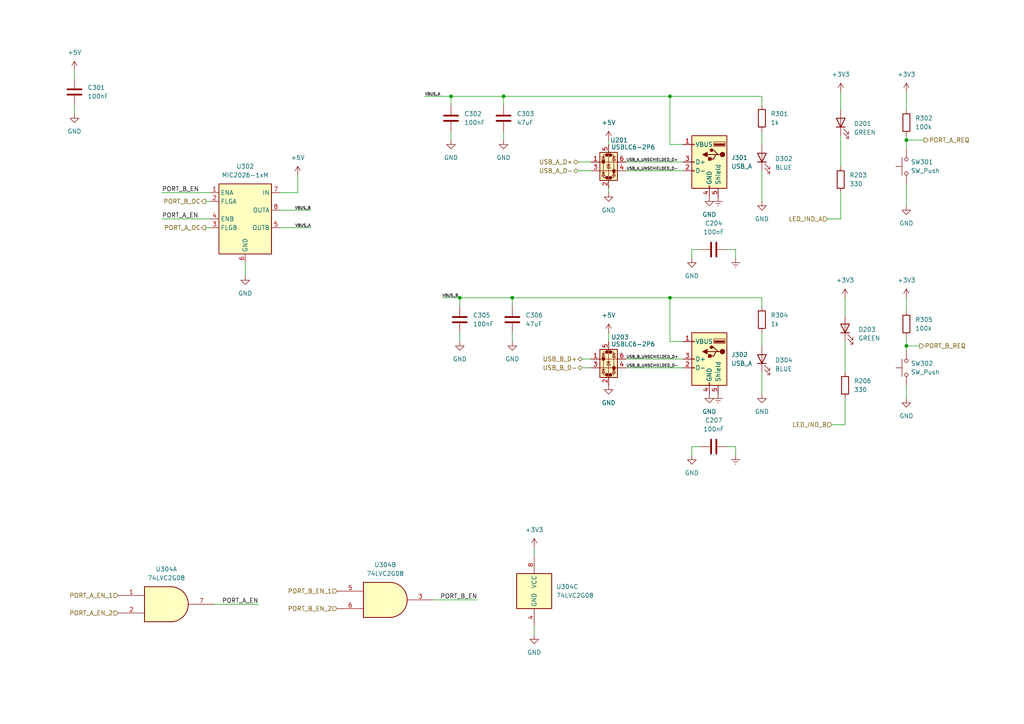
<source format=kicad_sch>
(kicad_sch (version 20231120) (generator "eeschema") (generator_version "8.0")
  (paper "A4")
  (title_block (title "Switchable USB Hub") (rev "${version}"))
  (lib_symbols
    (symbol "74xGxx:74LVC2G08"
      (property "Reference" "U" (at -10.16 7.62 0))
      (property "Value" "74LVC2G08" (at -10.16 -7.62 0))
      (symbol "74LVC2G08_1_1"
        (arc (start 0 -5.08) (mid 5.0579 0) (end 0 5.08) (stroke (width 0.254)) (fill (type background)))
        (polyline (pts (xy 0 -5.08) (xy -7.62 -5.08) (xy -7.62 5.08) (xy 0 5.08)) (stroke (width 0.254)) (fill (type background)))
        (pin input line (at -15.24 2.54 0) (length 7.62) (name "~") (number "1"))
        (pin input line (at -15.24 -2.54 0) (length 7.62) (name "~") (number "2"))
        (pin output line (at 12.7 0 180) (length 7.62) (name "~") (number "7"))
      )
      (symbol "74LVC2G08_2_1"
        (arc (start 0 -5.08) (mid 5.0579 0) (end 0 5.08) (stroke (width 0.254)) (fill (type background)))
        (polyline (pts (xy 0 -5.08) (xy -7.62 -5.08) (xy -7.62 5.08) (xy 0 5.08)) (stroke (width 0.254)) (fill (type background)))
        (pin output line (at 12.7 0 180) (length 7.62) (name "~") (number "3"))
        (pin input line (at -15.24 2.54 0) (length 7.62) (name "~") (number "5"))
        (pin input line (at -15.24 -2.54 0) (length 7.62) (name "~") (number "6"))
      )
      (symbol "74LVC2G08_3_0"
        (rectangle (start -5.08 -5.08) (end 5.08 5.08) (stroke (width 0.254)) (fill (type background)))
      )
      (symbol "74LVC2G08_3_1"
        (pin power_in line (at 0 -10.16 90) (length 5.08) (name "GND") (number "4"))
        (pin power_in line (at 0 10.16 270) (length 5.08) (name "VCC") (number "8"))
      )
    )
    (symbol "Connector:USB_A" (pin_names (offset 1.016))
      (property "Reference" "J" (at -5.08 11.43 0))
      (property "Value" "USB_A" (at -5.08 8.89 0))
      (symbol "USB_A_0_1"
        (rectangle (start -5.08 -7.62) (end 5.08 7.62) (stroke (width 0.254)) (fill (type background)))
        (circle (center -3.81 2.159) (radius 0.635) (stroke (width 0.254)) (fill (type outline)))
        (rectangle (start -1.524 4.826) (end -4.318 5.334) (fill (type outline)))
        (rectangle (start -1.27 4.572) (end -4.572 5.842))
        (circle (center -0.635 3.429) (radius 0.381) (stroke (width 0.254)) (fill (type outline)))
        (rectangle (start -0.127 -7.62) (end 0.127 -6.858))
        (polyline (pts (xy -3.175 2.159) (xy -2.54 2.159) (xy -1.27 3.429) (xy -0.635 3.429)) (stroke (width 0.254)))
        (polyline (pts (xy -2.54 2.159) (xy -1.905 2.159) (xy -1.27 0.889) (xy 0 0.889)) (stroke (width 0.254)))
        (polyline (pts (xy 0.635 2.794) (xy 0.635 1.524) (xy 1.905 2.159) (xy 0.635 2.794)) (stroke (width 0.254)) (fill (type outline)))
        (rectangle (start 0.254 1.27) (end -0.508 0.508) (stroke (width 0.254)) (fill (type outline)))
        (rectangle (start 5.08 -2.667) (end 4.318 -2.413))
        (rectangle (start 5.08 -0.127) (end 4.318 0.127))
        (rectangle (start 5.08 4.953) (end 4.318 5.207))
      )
      (symbol "USB_A_1_1"
        (polyline (pts (xy -1.905 2.159) (xy 0.635 2.159)) (stroke (width 0.254)))
        (pin power_in line (at 7.62 5.08 180) (length 2.54) (name "VBUS") (number "1"))
        (pin bidirectional line (at 7.62 -2.54 180) (length 2.54) (name "D-") (number "2"))
        (pin bidirectional line (at 7.62 0 180) (length 2.54) (name "D+") (number "3"))
        (pin power_in line (at 0 -10.16 90) (length 2.54) (name "GND") (number "4"))
        (pin passive line (at -2.54 -10.16 90) (length 2.54) (name "Shield") (number "5"))
      )
    )
    (symbol "Device:C" (pin_numbers hide) (pin_names (offset 0.254))
      (property "Reference" "C" (at 0.635 2.54 0))
      (property "Value" "C" (at 0.635 -2.54 0))
      (symbol "C_0_1"
        (polyline (pts (xy -2.032 -0.762) (xy 2.032 -0.762)) (stroke (width 0.508)))
        (polyline (pts (xy -2.032 0.762) (xy 2.032 0.762)) (stroke (width 0.508)))
      )
      (symbol "C_1_1"
        (pin passive line (at 0 3.81 270) (length 2.794) (name "~") (number "1"))
        (pin passive line (at 0 -3.81 90) (length 2.794) (name "~") (number "2"))
      )
    )
    (symbol "Device:LED" (pin_numbers hide) (pin_names (offset 1.016) hide)
      (property "Reference" "D" (at 0 2.54 0))
      (property "Value" "LED" (at 0 -2.54 0))
      (symbol "LED_0_1"
        (polyline (pts (xy -1.27 -1.27) (xy -1.27 1.27)) (stroke (width 0.254)))
        (polyline (pts (xy -1.27 0) (xy 1.27 0)))
        (polyline (pts (xy 1.27 -1.27) (xy 1.27 1.27) (xy -1.27 0) (xy 1.27 -1.27)) (stroke (width 0.254)))
        (polyline (pts (xy -3.048 -0.762) (xy -4.572 -2.286) (xy -3.81 -2.286) (xy -4.572 -2.286) (xy -4.572 -1.524)))
        (polyline (pts (xy -1.778 -0.762) (xy -3.302 -2.286) (xy -2.54 -2.286) (xy -3.302 -2.286) (xy -3.302 -1.524)))
      )
      (symbol "LED_1_1"
        (pin passive line (at -3.81 0 0) (length 2.54) (name "K") (number "1"))
        (pin passive line (at 3.81 0 180) (length 2.54) (name "A") (number "2"))
      )
    )
    (symbol "Device:R" (pin_numbers hide) (pin_names (offset 0))
      (property "Reference" "R" (at 2.032 0 90))
      (property "Value" "R" (at 0 0 90))
      (symbol "R_0_1"
        (rectangle (start -1.016 -2.54) (end 1.016 2.54) (stroke (width 0.254)))
      )
      (symbol "R_1_1"
        (pin passive line (at 0 3.81 270) (length 1.27) (name "~") (number "1"))
        (pin passive line (at 0 -3.81 90) (length 1.27) (name "~") (number "2"))
      )
    )
    (symbol "Power_Management:MIC2026-1xM"
      (property "Reference" "U" (at -7.62 11.43 0))
      (property "Value" "MIC2026-1xM" (at 12.7 11.43 0))
      (symbol "MIC2026-1xM_0_1"
        (rectangle (start -7.62 -10.16) (end 7.62 10.16) (stroke (width 0.254)) (fill (type background)))
      )
      (symbol "MIC2026-1xM_1_1"
        (pin input line (at -10.16 7.62 0) (length 2.54) (name "ENA") (number "1"))
        (pin output line (at -10.16 5.08 0) (length 2.54) (name "FLGA") (number "2"))
        (pin output line (at -10.16 -2.54 0) (length 2.54) (name "FLGB") (number "3"))
        (pin input line (at -10.16 0 0) (length 2.54) (name "ENB") (number "4"))
        (pin power_out line (at 10.16 -2.54 180) (length 2.54) (name "OUTB") (number "5"))
        (pin power_in line (at 0 -12.7 90) (length 2.54) (name "GND") (number "6"))
        (pin power_in line (at 10.16 7.62 180) (length 2.54) (name "IN") (number "7"))
        (pin power_out line (at 10.16 2.54 180) (length 2.54) (name "OUTA") (number "8"))
      )
    )
    (symbol "Power_Protection:USBLC6-2P6" (pin_names hide)
      (property "Reference" "U" (at 0.635 5.715 0))
      (property "Value" "USBLC6-2P6" (at 0.635 3.81 0))
      (symbol "USBLC6-2P6_0_0"
        (circle (center -1.524 0) (radius 0.0001) (stroke (width 0.508)))
        (circle (center -0.508 -4.572) (radius 0.0001) (stroke (width 0.508)))
        (circle (center -0.508 2.032) (radius 0.0001) (stroke (width 0.508)))
        (circle (center 0.508 -4.572) (radius 0.0001) (stroke (width 0.508)))
        (circle (center 0.508 2.032) (radius 0.0001) (stroke (width 0.508)))
        (circle (center 1.524 -2.54) (radius 0.0001) (stroke (width 0.508)))
      )
      (symbol "USBLC6-2P6_0_1"
        (polyline (pts (xy -2.54 -2.54) (xy 2.54 -2.54)))
        (polyline (pts (xy -2.54 0) (xy 2.54 0)))
        (polyline (pts (xy -2.032 -3.048) (xy -1.016 -3.048)))
        (polyline (pts (xy -1.016 1.524) (xy -2.032 1.524)))
        (polyline (pts (xy 1.016 -3.048) (xy 2.032 -3.048)))
        (polyline (pts (xy 1.016 1.524) (xy 2.032 1.524)))
        (polyline (pts (xy -0.508 -1.143) (xy -0.508 -0.762) (xy 0.508 -0.762)))
        (polyline (pts (xy -2.032 0.508) (xy -1.016 0.508) (xy -1.524 1.524) (xy -2.032 0.508)))
        (polyline (pts (xy -1.016 -4.064) (xy -2.032 -4.064) (xy -1.524 -3.048) (xy -1.016 -4.064)))
        (polyline (pts (xy 0.508 -1.778) (xy -0.508 -1.778) (xy 0 -0.762) (xy 0.508 -1.778)))
        (polyline (pts (xy 2.032 -4.064) (xy 1.016 -4.064) (xy 1.524 -3.048) (xy 2.032 -4.064)))
        (polyline (pts (xy 2.032 0.508) (xy 1.016 0.508) (xy 1.524 1.524) (xy 2.032 0.508)))
        (polyline (pts (xy 0 2.54) (xy -0.508 2.032) (xy 0.508 2.032) (xy 0 1.524) (xy 0 -4.064) (xy -0.508 -4.572) (xy 0.508 -4.572) (xy 0 -5.08)))
      )
      (symbol "USBLC6-2P6_1_1"
        (rectangle (start -2.54 2.794) (end 2.54 -5.334) (stroke (width 0.254)) (fill (type background)))
        (polyline (pts (xy -0.508 2.032) (xy -1.524 2.032) (xy -1.524 -4.572) (xy -0.508 -4.572)))
        (polyline (pts (xy 0.508 -4.572) (xy 1.524 -4.572) (xy 1.524 2.032) (xy 0.508 2.032)))
        (pin passive line (at -5.08 0 0) (length 2.54) (name "I/O1") (number "1"))
        (pin passive line (at 0 -7.62 90) (length 2.54) (name "GND") (number "2"))
        (pin passive line (at -5.08 -2.54 0) (length 2.54) (name "I/O2") (number "3"))
        (pin passive line (at 5.08 -2.54 180) (length 2.54) (name "I/O2") (number "4"))
        (pin passive line (at 0 5.08 270) (length 2.54) (name "VBUS") (number "5"))
        (pin passive line (at 5.08 0 180) (length 2.54) (name "I/O1") (number "6"))
      )
    )
    (symbol "Switch:SW_Push" (pin_numbers hide) (pin_names (offset 1.016) hide)
      (property "Reference" "SW" (at 1.27 2.54 0))
      (property "Value" "SW_Push" (at 0 -1.524 0))
      (symbol "SW_Push_0_1"
        (circle (center -2.032 0) (radius 0.508))
        (polyline (pts (xy 0 1.27) (xy 0 3.048)))
        (polyline (pts (xy 2.54 1.27) (xy -2.54 1.27)))
        (circle (center 2.032 0) (radius 0.508))
        (pin passive line (at -5.08 0 0) (length 2.54) (name "1") (number "1"))
        (pin passive line (at 5.08 0 180) (length 2.54) (name "2") (number "2"))
      )
    )
    (symbol "power:+3V3" (power) (pin_numbers hide) (pin_names (offset 0) hide)
      (property "Value" "+3V3" (at 0 3.556 0))
      (symbol "+3V3_0_1"
        (polyline (pts (xy -0.762 1.27) (xy 0 2.54)))
        (polyline (pts (xy 0 0) (xy 0 2.54)))
        (polyline (pts (xy 0 2.54) (xy 0.762 1.27)))
      )
      (symbol "+3V3_1_1"
        (pin power_in line (at 0 0 90) (length 0) (name "~") (number "1"))
      )
    )
    (symbol "power:+5V" (power) (pin_numbers hide) (pin_names (offset 0) hide)
      (property "Value" "+5V" (at 0 3.556 0))
      (symbol "+5V_0_1"
        (polyline (pts (xy -0.762 1.27) (xy 0 2.54)))
        (polyline (pts (xy 0 0) (xy 0 2.54)))
        (polyline (pts (xy 0 2.54) (xy 0.762 1.27)))
      )
      (symbol "+5V_1_1"
        (pin power_in line (at 0 0 90) (length 0) (name "~") (number "1"))
      )
    )
    (symbol "power:Earth" (power) (pin_numbers hide) (pin_names (offset 0) hide)
      (property "Value" "Earth" (at 0 -3.81 0))
      (symbol "Earth_0_1"
        (polyline (pts (xy -0.635 -1.905) (xy 0.635 -1.905)))
        (polyline (pts (xy -0.127 -2.54) (xy 0.127 -2.54)))
        (polyline (pts (xy 0 -1.27) (xy 0 0)))
        (polyline (pts (xy 1.27 -1.27) (xy -1.27 -1.27)))
      )
      (symbol "Earth_1_1"
        (pin power_in line (at 0 0 270) (length 0) (name "~") (number "1"))
      )
    )
    (symbol "power:GND" (power) (pin_numbers hide) (pin_names (offset 0) hide)
      (property "Value" "GND" (at 0 -3.81 0))
      (symbol "GND_0_1"
        (polyline (pts (xy 0 0) (xy 0 -1.27) (xy 1.27 -1.27) (xy 0 -2.54) (xy -1.27 -1.27) (xy 0 -1.27)))
      )
      (symbol "GND_1_1"
        (pin power_in line (at 0 0 270) (length 0) (name "~") (number "1"))
      )
    )
  )
  (junction (at 262.89 100.33))
  (junction (at 194.31 86.36))
  (junction (at 146.05 27.94))
  (junction (at 130.81 27.94))
  (junction (at 262.89 40.64))
  (junction (at 133.35 86.36))
  (junction (at 194.31 27.94))
  (junction (at 148.59 86.36))
  (wire (pts (xy 71.12 76.2) (xy 71.12 80.01)))
  (wire (pts (xy 176.53 55.88) (xy 176.53 54.61)))
  (wire (pts (xy 200.66 129.54) (xy 203.2 129.54)))
  (wire (pts (xy 213.36 132.08) (xy 213.36 129.54)))
  (wire (pts (xy 194.31 41.91) (xy 198.12 41.91)))
  (wire (pts (xy 168.91 106.68) (xy 171.45 106.68)))
  (wire (pts (xy 167.64 46.99) (xy 171.45 46.99)))
  (wire (pts (xy 220.98 86.36) (xy 194.31 86.36)))
  (wire (pts (xy 213.36 129.54) (xy 210.82 129.54)))
  (wire (pts (xy 81.28 55.88) (xy 86.36 55.88)))
  (wire (pts (xy 262.89 100.33) (xy 266.7 100.33)))
  (wire (pts (xy 213.36 74.93) (xy 213.36 72.39)))
  (wire (pts (xy 220.98 38.1) (xy 220.98 41.91)))
  (wire (pts (xy 176.53 96.52) (xy 176.53 99.06)))
  (wire (pts (xy 59.69 58.42) (xy 60.96 58.42)))
  (wire (pts (xy 220.98 107.95) (xy 220.98 114.3)))
  (wire (pts (xy 154.94 158.75) (xy 154.94 161.29)))
  (wire (pts (xy 245.11 123.19) (xy 241.3 123.19)))
  (wire (pts (xy 21.59 20.32) (xy 21.59 22.86)))
  (wire (pts (xy 123.19 27.94) (xy 130.81 27.94)))
  (wire (pts (xy 168.91 104.14) (xy 171.45 104.14)))
  (wire (pts (xy 262.89 111.76) (xy 262.89 115.57)))
  (wire (pts (xy 130.81 38.1) (xy 130.81 40.64)))
  (wire (pts (xy 176.53 40.64) (xy 176.53 41.91)))
  (wire (pts (xy 130.81 27.94) (xy 130.81 30.48)))
  (wire (pts (xy 148.59 96.52) (xy 148.59 99.06)))
  (wire (pts (xy 220.98 30.48) (xy 220.98 27.94)))
  (wire (pts (xy 194.31 27.94) (xy 194.31 41.91)))
  (wire (pts (xy 133.35 86.36) (xy 148.59 86.36)))
  (wire (pts (xy 181.61 49.53) (xy 198.12 49.53)))
  (wire (pts (xy 21.59 30.48) (xy 21.59 33.02)))
  (wire (pts (xy 146.05 27.94) (xy 146.05 30.48)))
  (wire (pts (xy 243.84 55.88) (xy 243.84 63.5)))
  (wire (pts (xy 46.99 55.88) (xy 60.96 55.88)))
  (wire (pts (xy 243.84 63.5) (xy 240.03 63.5)))
  (wire (pts (xy 245.11 115.57) (xy 245.11 123.19)))
  (wire (pts (xy 262.89 86.36) (xy 262.89 90.17)))
  (wire (pts (xy 220.98 96.52) (xy 220.98 100.33)))
  (wire (pts (xy 262.89 40.64) (xy 262.89 43.18)))
  (wire (pts (xy 146.05 27.94) (xy 194.31 27.94)))
  (wire (pts (xy 220.98 49.53) (xy 220.98 58.42)))
  (wire (pts (xy 148.59 86.36) (xy 194.31 86.36)))
  (wire (pts (xy 62.23 175.26) (xy 74.93 175.26)))
  (wire (pts (xy 148.59 86.36) (xy 148.59 88.9)))
  (wire (pts (xy 262.89 39.37) (xy 262.89 40.64)))
  (wire (pts (xy 245.11 99.06) (xy 245.11 107.95)))
  (wire (pts (xy 81.28 60.96) (xy 90.17 60.96)))
  (wire (pts (xy 194.31 86.36) (xy 194.31 99.06)))
  (wire (pts (xy 133.35 86.36) (xy 133.35 88.9)))
  (wire (pts (xy 130.81 27.94) (xy 146.05 27.94)))
  (wire (pts (xy 262.89 97.79) (xy 262.89 100.33)))
  (wire (pts (xy 200.66 132.08) (xy 200.66 129.54)))
  (wire (pts (xy 262.89 26.67) (xy 262.89 31.75)))
  (wire (pts (xy 243.84 39.37) (xy 243.84 48.26)))
  (wire (pts (xy 59.69 66.04) (xy 60.96 66.04)))
  (wire (pts (xy 167.64 49.53) (xy 171.45 49.53)))
  (wire (pts (xy 128.27 86.36) (xy 133.35 86.36)))
  (wire (pts (xy 194.31 99.06) (xy 198.12 99.06)))
  (wire (pts (xy 220.98 88.9) (xy 220.98 86.36)))
  (wire (pts (xy 262.89 100.33) (xy 262.89 101.6)))
  (wire (pts (xy 213.36 72.39) (xy 210.82 72.39)))
  (wire (pts (xy 154.94 181.61) (xy 154.94 184.15)))
  (wire (pts (xy 220.98 27.94) (xy 194.31 27.94)))
  (wire (pts (xy 133.35 96.52) (xy 133.35 99.06)))
  (wire (pts (xy 243.84 26.67) (xy 243.84 31.75)))
  (wire (pts (xy 181.61 46.99) (xy 198.12 46.99)))
  (wire (pts (xy 181.61 104.14) (xy 198.12 104.14)))
  (wire (pts (xy 46.99 63.5) (xy 60.96 63.5)))
  (wire (pts (xy 262.89 40.64) (xy 267.97 40.64)))
  (wire (pts (xy 86.36 55.88) (xy 86.36 50.8)))
  (wire (pts (xy 181.61 106.68) (xy 198.12 106.68)))
  (wire (pts (xy 146.05 38.1) (xy 146.05 40.64)))
  (wire (pts (xy 200.66 72.39) (xy 203.2 72.39)))
  (wire (pts (xy 262.89 53.34) (xy 262.89 59.69)))
  (wire (pts (xy 245.11 86.36) (xy 245.11 91.44)))
  (wire (pts (xy 200.66 74.93) (xy 200.66 72.39)))
  (wire (pts (xy 125.73 173.99) (xy 138.43 173.99)))
  (wire (pts (xy 81.28 66.04) (xy 90.17 66.04)))
  (label "PORT_A_EN" (at 74.93 175.26 180))
  (label "VBUS_A" (at 90.17 66.04 180) (effects (font (size 0.8 0.8))))
  (label "USB_B_UNSCHIELDED_D-" (at 181.61 106.68 0) (effects (font (size 0.8 0.8))))
  (label "PORT_A_EN" (at 46.99 63.5 0))
  (label "VBUS_B" (at 128.27 86.36 0) (effects (font (size 0.8 0.8))))
  (label "USB_A_UNSCHIELDED_D+" (at 181.61 46.99 0) (effects (font (size 0.8 0.8))))
  (label "PORT_B_EN" (at 138.43 173.99 180))
  (label "VBUS_B" (at 90.17 60.96 180) (effects (font (size 0.8 0.8))))
  (label "USB_A_UNSCHIELDED_D-" (at 181.61 49.53 0) (effects (font (size 0.8 0.8))))
  (label "PORT_B_EN" (at 46.99 55.88 0))
  (label "VBUS_A" (at 123.19 27.94 0) (effects (font (size 0.8 0.8))))
  (label "USB_B_UNSCHIELDED_D+" (at 181.61 104.14 0) (effects (font (size 0.8 0.8))))
  (hierarchical_label "USB_A_D-" (shape bidirectional) (at 167.64 49.53 180))
  (hierarchical_label "LED_IND_B" (shape input) (at 241.3 123.19 180))
  (hierarchical_label "LED_IND_A" (shape input) (at 240.03 63.5 180))
  (hierarchical_label "PORT_A_OC" (shape output) (at 59.69 66.04 180))
  (hierarchical_label "USB_B_D+" (shape bidirectional) (at 168.91 104.14 180))
  (hierarchical_label "PORT_A_REQ" (shape output) (at 267.97 40.64 0))
  (hierarchical_label "PORT_A_EN_1" (shape input) (at 34.29 172.72 180))
  (hierarchical_label "USB_B_D-" (shape bidirectional) (at 168.91 106.68 180))
  (hierarchical_label "PORT_B_EN_2" (shape input) (at 97.79 176.53 180))
  (hierarchical_label "PORT_B_OC" (shape output) (at 59.69 58.42 180))
  (hierarchical_label "PORT_B_REQ" (shape output) (at 266.7 100.33 0))
  (hierarchical_label "USB_A_D+" (shape bidirectional) (at 167.64 46.99 180))
  (hierarchical_label "PORT_B_EN_1" (shape input) (at 97.79 171.45 180))
  (hierarchical_label "PORT_A_EN_2" (shape input) (at 34.29 177.8 180))
  (symbol (lib_id "power:GND") (at 262.89 115.57 0) (unit 1)
    (property "Reference" "#PWR0423" (effects (hide yes)))
    (property "Value" "GND" (at 262.89 120.65 0))
    (property "Description" "Power symbol creates a global label with name \"GND\" , ground" (effects (hide yes)))
    (instances (project "usb-hub" (path "" (reference "#PWR0423") (unit 1)) (path "" (reference "#PWR0223") (unit 1)) (path "" (reference "#PWR0323") (unit 1))))
  )
  (symbol (lib_id "power:GND") (at 21.59 33.02 0) (unit 1)
    (property "Reference" "#PWR0404" (effects (hide yes)))
    (property "Value" "GND" (at 21.59 38.1 0))
    (property "Description" "Power symbol creates a global label with name \"GND\" , ground" (effects (hide yes)))
    (instances (project "usb-hub" (path "" (reference "#PWR0404") (unit 1)) (path "" (reference "#PWR0204") (unit 1)) (path "" (reference "#PWR0304") (unit 1))))
  )
  (symbol (lib_id "power:GND") (at 205.74 57.15 0) (unit 1)
    (property "Reference" "#PWR0408" (effects (hide yes)))
    (property "Value" "GND" (at 205.74 62.23 0))
    (property "Description" "Power symbol creates a global label with name \"GND\" , ground" (effects (hide yes)))
    (instances (project "usb-hub" (path "" (reference "#PWR0408") (unit 1)) (path "" (reference "#PWR0208") (unit 1)) (path "" (reference "#PWR0308") (unit 1))))
  )
  (symbol (lib_id "power:GND") (at 200.66 74.93 0) (unit 1)
    (property "Reference" "#PWR0213" (effects (hide yes)))
    (property "Value" "GND" (at 200.66 80.01 0))
    (property "Description" "Power symbol creates a global label with name \"GND\" , ground" (effects (hide yes)))
    (instances (project "usb-hub" (path "" (reference "#PWR0213") (unit 1)) (path "" (reference "#PWR0313") (unit 1)) (path "" (reference "#PWR0413") (unit 1))))
  )
  (symbol (lib_id "Device:C") (at 207.01 129.54 90) (unit 1)
    (property "Reference" "C207" (at 207.01 121.92 90))
    (property "Value" "100nF" (at 207.01 124.46 90))
    (property "Footprint" "Capacitor_SMD:C_0402_1005Metric" (effects (hide yes)))
    (property "LCSC#" "C307331" (effects (hide yes)))
    (instances (project "usb-hub" (path "" (reference "C207") (unit 1)) (path "" (reference "C307") (unit 1)) (path "" (reference "C407") (unit 1))))
  )
  (symbol (lib_id "74xGxx:74LVC2G08") (at 113.03 173.99 0) (unit 2)
    (property "Reference" "U304" (at 111.7489 163.83 0))
    (property "Value" "74LVC2G08" (at 111.7489 166.37 0))
    (property "Footprint" "Package_SO:VSSOP-8_2.3x2mm_P0.5mm" (effects (hide yes)))
    (property "Datasheet" "http://www.ti.com/lit/sg/scyt129e/scyt129e.pdf" (effects (hide yes)))
    (property "LCSC#" "C91875" (effects (hide yes)))
    (property "MPN" "74LVC2G08" (effects (hide yes)))
    (instances (project "usb-hub" (path "" (reference "U304") (unit 2)) (path "" (reference "U204") (unit 2)) (path "" (reference "U404") (unit 2))))
  )
  (symbol (lib_id "power:Earth") (at 208.28 114.3 0) (unit 1)
    (property "Reference" "#PWR0421" (effects (hide yes)))
    (property "Value" "Earth" (effects (hide yes)))
    (property "Description" "Power symbol creates a global label with name \"Earth\"" (effects (hide yes)))
    (instances (project "usb-hub" (path "" (reference "#PWR0421") (unit 1)) (path "" (reference "#PWR0221") (unit 1)) (path "" (reference "#PWR0321") (unit 1))))
  )
  (symbol (lib_id "power:Earth") (at 208.28 57.15 0) (unit 1)
    (property "Reference" "#PWR0409" (effects (hide yes)))
    (property "Value" "Earth" (effects (hide yes)))
    (property "Description" "Power symbol creates a global label with name \"Earth\"" (effects (hide yes)))
    (instances (project "usb-hub" (path "" (reference "#PWR0409") (unit 1)) (path "" (reference "#PWR0209") (unit 1)) (path "" (reference "#PWR0309") (unit 1))))
  )
  (symbol (lib_id "Switch:SW_Push") (at 262.89 48.26 90) (unit 1)
    (property "Reference" "SW301" (at 264.16 46.99 90) (effects (justify right)))
    (property "Value" "SW_Push" (at 264.16 49.53 90) (effects (justify right)))
    (property "Footprint" "Button_Switch_SMD:SW_SPST_TL3342" (effects (hide yes)))
    (property "LCSC#" "C318884" (effects (hide yes)))
    (instances (project "usb-hub" (path "" (reference "SW301") (unit 1)) (path "" (reference "SW201") (unit 1)) (path "" (reference "SW401") (unit 1))))
  )
  (symbol (lib_id "Connector:USB_A") (at 205.74 104.14 0) (mirror y) (unit 1)
    (property "Reference" "J302" (at 212.09 102.87 0) (effects (justify right)))
    (property "Value" "USB_A" (at 212.09 105.41 0) (effects (justify right)))
    (property "Footprint" "g-Connector_USB:UJ2-AV-W4-TH" (effects (hide yes)))
    (property "Datasheet" " ~" (effects (hide yes)))
    (property "LCSC#" "-" (effects (hide yes)))
    (property "MPN" " UJ2-AV-W4-TH" (effects (hide yes)))
    (property "Manufactorer" " CUI Devices " (effects (hide yes)))
    (instances (project "usb-hub" (path "" (reference "J302") (unit 1)) (path "" (reference "J202") (unit 1)) (path "" (reference "J402") (unit 1))))
  )
  (symbol (lib_id "74xGxx:74LVC2G08") (at 49.53 175.26 0) (unit 1)
    (property "Reference" "U304" (at 48.2489 165.1 0))
    (property "Value" "74LVC2G08" (at 48.2489 167.64 0))
    (property "Footprint" "Package_SO:VSSOP-8_2.3x2mm_P0.5mm" (effects (hide yes)))
    (property "Datasheet" "http://www.ti.com/lit/sg/scyt129e/scyt129e.pdf" (effects (hide yes)))
    (property "LCSC#" "C91875" (effects (hide yes)))
    (property "MPN" "74LVC2G08" (effects (hide yes)))
    (instances (project "usb-hub" (path "" (reference "U304") (unit 1)) (path "" (reference "U204") (unit 1)) (path "" (reference "U404") (unit 1))))
  )
  (symbol (lib_id "Connector:USB_A") (at 205.74 46.99 0) (mirror y) (unit 1)
    (property "Reference" "J301" (at 212.09 45.72 0) (effects (justify right)))
    (property "Value" "USB_A" (at 212.09 48.26 0) (effects (justify right)))
    (property "Footprint" "g-Connector_USB:UJ2-AV-W4-TH" (effects (hide yes)))
    (property "Datasheet" " ~" (effects (hide yes)))
    (property "Description" "USB Type A connector" (effects (hide yes)))
    (property "LCSC#" "-" (effects (hide yes)))
    (property "MPN" " UJ2-AV-W4-TH" (effects (hide yes)))
    (property "Manufactorer" " CUI Devices " (effects (hide yes)))
    (instances (project "usb-hub" (path "" (reference "J301") (unit 1)) (path "" (reference "J201") (unit 1)) (path "" (reference "J401") (unit 1))))
  )
  (symbol (lib_id "Device:LED") (at 245.11 95.25 90) (unit 1)
    (property "Reference" "D203" (at 248.92 95.5675 90) (effects (justify right)))
    (property "Value" "GREEN" (at 248.92 98.1075 90) (effects (justify right)))
    (property "Footprint" "LED_SMD:LED_0603_1608Metric" (effects (hide yes)))
    (property "LCSC#" "C2986059" (effects (hide yes)))
    (instances (project "usb-hub" (path "" (reference "D203") (unit 1)) (path "" (reference "D303") (unit 1)) (path "" (reference "D403") (unit 1))))
  )
  (symbol (lib_id "power:GND") (at 176.53 55.88 0) (unit 1)
    (property "Reference" "#PWR0212" (effects (hide yes)))
    (property "Value" "GND" (at 176.53 60.96 0))
    (property "Description" "Power symbol creates a global label with name \"GND\" , ground" (effects (hide yes)))
    (instances (project "usb-hub" (path "" (reference "#PWR0212") (unit 1)) (path "" (reference "#PWR0312") (unit 1)) (path "" (reference "#PWR0412") (unit 1))))
  )
  (symbol (lib_id "Device:C") (at 21.59 26.67 0) (unit 1)
    (property "Reference" "C301" (at 25.4 25.4 0) (effects (justify left)))
    (property "Value" "100nF" (at 25.4 27.94 0) (effects (justify left)))
    (property "Footprint" "Capacitor_SMD:C_0402_1005Metric" (effects (hide yes)))
    (property "LCSC#" "C307331" (effects (hide yes)))
    (instances (project "usb-hub" (path "" (reference "C301") (unit 1)) (path "" (reference "C201") (unit 1)) (path "" (reference "C401") (unit 1))))
  )
  (symbol (lib_id "Device:R") (at 262.89 35.56 0) (unit 1)
    (property "Reference" "R302" (at 265.43 34.29 0) (effects (justify left)))
    (property "Value" "100k" (at 265.43 36.83 0) (effects (justify left)))
    (property "Footprint" "Resistor_SMD:R_0402_1005Metric" (effects (hide yes)))
    (property "LCSC#" "C25741" (effects (hide yes)))
    (property "MPN" "100K" (effects (hide yes)))
    (instances (project "usb-hub" (path "" (reference "R302") (unit 1)) (path "" (reference "R202") (unit 1)) (path "" (reference "R402") (unit 1))))
  )
  (symbol (lib_id "power:+5V") (at 176.53 96.52 0) (unit 1)
    (property "Reference" "#PWR0230" (effects (hide yes)))
    (property "Value" "+5V" (at 176.53 91.44 0))
    (property "Description" "Power symbol creates a global label with name \"+5V\"" (effects (hide yes)))
    (instances (project "usb-hub" (path "" (reference "#PWR0230") (unit 1)) (path "" (reference "#PWR0330") (unit 1)) (path "" (reference "#PWR0430") (unit 1))))
  )
  (symbol (lib_id "power:GND") (at 220.98 114.3 0) (unit 1)
    (property "Reference" "#PWR0422" (effects (hide yes)))
    (property "Value" "GND" (at 220.98 119.38 0))
    (property "Description" "Power symbol creates a global label with name \"GND\" , ground" (effects (hide yes)))
    (instances (project "usb-hub" (path "" (reference "#PWR0422") (unit 1)) (path "" (reference "#PWR0222") (unit 1)) (path "" (reference "#PWR0322") (unit 1))))
  )
  (symbol (lib_id "Power_Management:MIC2026-1xM") (at 71.12 63.5 0) (unit 1)
    (property "Reference" "U302" (at 71.12 48.26 0))
    (property "Value" "MIC2026-1xM" (at 71.12 50.8 0))
    (property "Footprint" "Package_SO:SOIC-8_3.9x4.9mm_P1.27mm" (effects (hide yes)))
    (property "Datasheet" "https://ww1.microchip.com/downloads/aemDocuments/documents/APID/ProductDocuments/DataSheets/MIC2026-MIC2076-Dual-Channel-Power-Distribution-Switch-DS20006443A.pdf" (effects (hide yes)))
    (property "LCSC#" "C144190" (effects (hide yes)))
    (property "MPN" "MIC2026-1YM" (effects (hide yes)))
    (instances (project "usb-hub" (path "" (reference "U302") (unit 1)) (path "" (reference "U202") (unit 1)) (path "" (reference "U402") (unit 1))))
  )
  (symbol (lib_id "Switch:SW_Push") (at 262.89 106.68 90) (unit 1)
    (property "Reference" "SW302" (at 264.16 105.41 90) (effects (justify right)))
    (property "Value" "SW_Push" (at 264.16 107.95 90) (effects (justify right)))
    (property "Footprint" "Button_Switch_SMD:SW_SPST_TL3342" (effects (hide yes)))
    (property "LCSC#" "C318884" (effects (hide yes)))
    (instances (project "usb-hub" (path "" (reference "SW302") (unit 1)) (path "" (reference "SW202") (unit 1)) (path "" (reference "SW402") (unit 1))))
  )
  (symbol (lib_id "Device:C") (at 130.81 34.29 0) (unit 1)
    (property "Reference" "C302" (at 134.62 33.02 0) (effects (justify left)))
    (property "Value" "100nF" (at 134.62 35.56 0) (effects (justify left)))
    (property "Footprint" "Capacitor_SMD:C_0402_1005Metric" (effects (hide yes)))
    (property "LCSC#" "C307331" (effects (hide yes)))
    (instances (project "usb-hub" (path "" (reference "C302") (unit 1)) (path "" (reference "C202") (unit 1)) (path "" (reference "C402") (unit 1))))
  )
  (symbol (lib_id "power:GND") (at 176.53 111.76 0) (unit 1)
    (property "Reference" "#PWR0224" (effects (hide yes)))
    (property "Value" "GND" (at 176.53 116.84 0))
    (property "Description" "Power symbol creates a global label with name \"GND\" , ground" (effects (hide yes)))
    (instances (project "usb-hub" (path "" (reference "#PWR0224") (unit 1)) (path "" (reference "#PWR0324") (unit 1)) (path "" (reference "#PWR0424") (unit 1))))
  )
  (symbol (lib_id "Device:R") (at 243.84 52.07 0) (unit 1)
    (property "Reference" "R203" (at 246.38 50.8 0) (effects (justify left)))
    (property "Value" "330" (at 246.38 53.34 0) (effects (justify left)))
    (property "Footprint" "Resistor_SMD:R_0402_1005Metric" (effects (hide yes)))
    (property "LCSC#" "C25104" (effects (hide yes)))
    (property "MPN" "330R" (effects (hide yes)))
    (instances (project "usb-hub" (path "" (reference "R203") (unit 1)) (path "" (reference "R303") (unit 1)) (path "" (reference "R403") (unit 1))))
  )
  (symbol (lib_id "power:GND") (at 205.74 114.3 0) (unit 1)
    (property "Reference" "#PWR0420" (effects (hide yes)))
    (property "Value" "GND" (at 205.74 119.38 0))
    (property "Description" "Power symbol creates a global label with name \"GND\" , ground" (effects (hide yes)))
    (instances (project "usb-hub" (path "" (reference "#PWR0420") (unit 1)) (path "" (reference "#PWR0220") (unit 1)) (path "" (reference "#PWR0320") (unit 1))))
  )
  (symbol (lib_id "power:GND") (at 200.66 132.08 0) (unit 1)
    (property "Reference" "#PWR0225" (effects (hide yes)))
    (property "Value" "GND" (at 200.66 137.16 0))
    (property "Description" "Power symbol creates a global label with name \"GND\" , ground" (effects (hide yes)))
    (instances (project "usb-hub" (path "" (reference "#PWR0225") (unit 1)) (path "" (reference "#PWR0325") (unit 1)) (path "" (reference "#PWR0425") (unit 1))))
  )
  (symbol (lib_id "Device:LED") (at 220.98 104.14 90) (unit 1)
    (property "Reference" "D304" (at 224.79 104.4575 90) (effects (justify right)))
    (property "Value" "BLUE" (at 224.79 106.9975 90) (effects (justify right)))
    (property "Footprint" "LED_SMD:LED_0603_1608Metric" (effects (hide yes)))
    (property "LCSC#" "C72041" (effects (hide yes)))
    (instances (project "usb-hub" (path "" (reference "D304") (unit 1)) (path "" (reference "D204") (unit 1)) (path "" (reference "D404") (unit 1))))
  )
  (symbol (lib_id "power:+5V") (at 176.53 40.64 0) (unit 1)
    (property "Reference" "#PWR0229" (effects (hide yes)))
    (property "Value" "+5V" (at 176.53 35.56 0))
    (property "Description" "Power symbol creates a global label with name \"+5V\"" (effects (hide yes)))
    (instances (project "usb-hub" (path "" (reference "#PWR0229") (unit 1)) (path "" (reference "#PWR0329") (unit 1)) (path "" (reference "#PWR0429") (unit 1))))
  )
  (symbol (lib_id "power:+3V3") (at 245.11 86.36 0) (unit 1)
    (property "Reference" "#PWR0216" (effects (hide yes)))
    (property "Value" "+3V3" (at 245.11 81.28 0))
    (property "Description" "Power symbol creates a global label with name \"+3V3\"" (effects (hide yes)))
    (instances (project "usb-hub" (path "" (reference "#PWR0216") (unit 1)) (path "" (reference "#PWR0316") (unit 1)) (path "" (reference "#PWR0416") (unit 1))))
  )
  (symbol (lib_id "power:GND") (at 146.05 40.64 0) (unit 1)
    (property "Reference" "#PWR0407" (effects (hide yes)))
    (property "Value" "GND" (at 146.05 45.72 0))
    (property "Description" "Power symbol creates a global label with name \"GND\" , ground" (effects (hide yes)))
    (instances (project "usb-hub" (path "" (reference "#PWR0407") (unit 1)) (path "" (reference "#PWR0207") (unit 1)) (path "" (reference "#PWR0307") (unit 1))))
  )
  (symbol (lib_id "power:GND") (at 130.81 40.64 0) (unit 1)
    (property "Reference" "#PWR0406" (effects (hide yes)))
    (property "Value" "GND" (at 130.81 45.72 0))
    (property "Description" "Power symbol creates a global label with name \"GND\" , ground" (effects (hide yes)))
    (instances (project "usb-hub" (path "" (reference "#PWR0406") (unit 1)) (path "" (reference "#PWR0206") (unit 1)) (path "" (reference "#PWR0306") (unit 1))))
  )
  (symbol (lib_id "Device:C") (at 146.05 34.29 0) (unit 1)
    (property "Reference" "C303" (at 149.86 33.02 0) (effects (justify left)))
    (property "Value" "47uF" (at 149.86 35.56 0) (effects (justify left)))
    (property "Footprint" "Capacitor_SMD:C_0805_2012Metric" (effects (hide yes)))
    (property "LCSC#" "C16780" (effects (hide yes)))
    (instances (project "usb-hub" (path "" (reference "C303") (unit 1)) (path "" (reference "C203") (unit 1)) (path "" (reference "C403") (unit 1))))
  )
  (symbol (lib_id "power:+3V3") (at 262.89 26.67 0) (unit 1)
    (property "Reference" "#PWR0403" (effects (hide yes)))
    (property "Value" "+3V3" (at 262.89 21.59 0))
    (property "Description" "Power symbol creates a global label with name \"+3V3\"" (effects (hide yes)))
    (instances (project "usb-hub" (path "" (reference "#PWR0403") (unit 1)) (path "" (reference "#PWR0203") (unit 1)) (path "" (reference "#PWR0303") (unit 1))))
  )
  (symbol (lib_id "Device:R") (at 220.98 92.71 0) (unit 1)
    (property "Reference" "R304" (at 223.52 91.44 0) (effects (justify left)))
    (property "Value" "1k" (at 223.52 93.98 0) (effects (justify left)))
    (property "Footprint" "Resistor_SMD:R_0402_1005Metric" (effects (hide yes)))
    (property "LCSC#" "C11702" (effects (hide yes)))
    (property "MPN" "1k" (effects (hide yes)))
    (instances (project "usb-hub" (path "" (reference "R304") (unit 1)) (path "" (reference "R204") (unit 1)) (path "" (reference "R404") (unit 1))))
  )
  (symbol (lib_id "Device:R") (at 245.11 111.76 0) (unit 1)
    (property "Reference" "R206" (at 247.65 110.49 0) (effects (justify left)))
    (property "Value" "330" (at 247.65 113.03 0) (effects (justify left)))
    (property "Footprint" "Resistor_SMD:R_0402_1005Metric" (effects (hide yes)))
    (property "LCSC#" "C25104" (effects (hide yes)))
    (property "MPN" "330R" (effects (hide yes)))
    (instances (project "usb-hub" (path "" (reference "R206") (unit 1)) (path "" (reference "R306") (unit 1)) (path "" (reference "R406") (unit 1))))
  )
  (symbol (lib_id "power:+3V3") (at 243.84 26.67 0) (unit 1)
    (property "Reference" "#PWR0202" (effects (hide yes)))
    (property "Value" "+3V3" (at 243.84 21.59 0))
    (property "Description" "Power symbol creates a global label with name \"+3V3\"" (effects (hide yes)))
    (instances (project "usb-hub" (path "" (reference "#PWR0202") (unit 1)) (path "" (reference "#PWR0302") (unit 1)) (path "" (reference "#PWR0402") (unit 1))))
  )
  (symbol (lib_id "power:+3V3") (at 262.89 86.36 0) (unit 1)
    (property "Reference" "#PWR0417" (effects (hide yes)))
    (property "Value" "+3V3" (at 262.89 81.28 0))
    (property "Description" "Power symbol creates a global label with name \"+3V3\"" (effects (hide yes)))
    (instances (project "usb-hub" (path "" (reference "#PWR0417") (unit 1)) (path "" (reference "#PWR0217") (unit 1)) (path "" (reference "#PWR0317") (unit 1))))
  )
  (symbol (lib_id "power:GND") (at 220.98 58.42 0) (unit 1)
    (property "Reference" "#PWR0410" (effects (hide yes)))
    (property "Value" "GND" (at 220.98 63.5 0))
    (property "Description" "Power symbol creates a global label with name \"GND\" , ground" (effects (hide yes)))
    (instances (project "usb-hub" (path "" (reference "#PWR0410") (unit 1)) (path "" (reference "#PWR0210") (unit 1)) (path "" (reference "#PWR0310") (unit 1))))
  )
  (symbol (lib_id "power:+5V") (at 21.59 20.32 0) (unit 1)
    (property "Reference" "#PWR0401" (effects (hide yes)))
    (property "Value" "+5V" (at 21.59 15.24 0))
    (property "Description" "Power symbol creates a global label with name \"+5V\"" (effects (hide yes)))
    (instances (project "usb-hub" (path "" (reference "#PWR0401") (unit 1)) (path "" (reference "#PWR0201") (unit 1)) (path "" (reference "#PWR0301") (unit 1))))
  )
  (symbol (lib_id "power:GND") (at 154.94 184.15 0) (unit 1)
    (property "Reference" "#PWR0428" (effects (hide yes)))
    (property "Value" "GND" (at 154.94 189.23 0))
    (property "Description" "Power symbol creates a global label with name \"GND\" , ground" (effects (hide yes)))
    (instances (project "usb-hub" (path "" (reference "#PWR0428") (unit 1)) (path "" (reference "#PWR0228") (unit 1)) (path "" (reference "#PWR0328") (unit 1))))
  )
  (symbol (lib_id "Device:C") (at 148.59 92.71 0) (unit 1)
    (property "Reference" "C306" (at 152.4 91.44 0) (effects (justify left)))
    (property "Value" "47uF" (at 152.4 93.98 0) (effects (justify left)))
    (property "Footprint" "Capacitor_SMD:C_0805_2012Metric" (effects (hide yes)))
    (property "LCSC#" "C16780" (effects (hide yes)))
    (instances (project "usb-hub" (path "" (reference "C306") (unit 1)) (path "" (reference "C206") (unit 1)) (path "" (reference "C406") (unit 1))))
  )
  (symbol (lib_id "Device:C") (at 133.35 92.71 0) (unit 1)
    (property "Reference" "C305" (at 137.16 91.44 0) (effects (justify left)))
    (property "Value" "100nF" (at 137.16 93.98 0) (effects (justify left)))
    (property "Footprint" "Capacitor_SMD:C_0402_1005Metric" (effects (hide yes)))
    (property "LCSC#" "C307331" (effects (hide yes)))
    (instances (project "usb-hub" (path "" (reference "C305") (unit 1)) (path "" (reference "C205") (unit 1)) (path "" (reference "C405") (unit 1))))
  )
  (symbol (lib_id "Device:LED") (at 243.84 35.56 90) (unit 1)
    (property "Reference" "D201" (at 247.65 35.8775 90) (effects (justify right)))
    (property "Value" "GREEN" (at 247.65 38.4175 90) (effects (justify right)))
    (property "Footprint" "LED_SMD:LED_0603_1608Metric" (effects (hide yes)))
    (property "LCSC#" "C2986059" (effects (hide yes)))
    (instances (project "usb-hub" (path "" (reference "D201") (unit 1)) (path "" (reference "D301") (unit 1)) (path "" (reference "D401") (unit 1))))
  )
  (symbol (lib_id "Device:C") (at 207.01 72.39 90) (unit 1)
    (property "Reference" "C204" (at 207.01 64.77 90))
    (property "Value" "100nF" (at 207.01 67.31 90))
    (property "Footprint" "Capacitor_SMD:C_0402_1005Metric" (effects (hide yes)))
    (property "LCSC#" "C307331" (effects (hide yes)))
    (instances (project "usb-hub" (path "" (reference "C204") (unit 1)) (path "" (reference "C304") (unit 1)) (path "" (reference "C404") (unit 1))))
  )
  (symbol (lib_id "Device:R") (at 220.98 34.29 0) (unit 1)
    (property "Reference" "R301" (at 223.52 33.02 0) (effects (justify left)))
    (property "Value" "1k" (at 223.52 35.56 0) (effects (justify left)))
    (property "Footprint" "Resistor_SMD:R_0402_1005Metric" (effects (hide yes)))
    (property "LCSC#" "C11702" (effects (hide yes)))
    (property "MPN" "1k" (effects (hide yes)))
    (instances (project "usb-hub" (path "" (reference "R301") (unit 1)) (path "" (reference "R201") (unit 1)) (path "" (reference "R401") (unit 1))))
  )
  (symbol (lib_id "power:+3V3") (at 154.94 158.75 0) (unit 1)
    (property "Reference" "#PWR0427" (effects (hide yes)))
    (property "Value" "+3V3" (at 154.94 153.67 0))
    (property "Description" "Power symbol creates a global label with name \"+3V3\"" (effects (hide yes)))
    (instances (project "usb-hub" (path "" (reference "#PWR0427") (unit 1)) (path "" (reference "#PWR0227") (unit 1)) (path "" (reference "#PWR0327") (unit 1))))
  )
  (symbol (lib_id "Power_Protection:USBLC6-2P6") (at 176.53 104.14 0) (unit 1)
    (property "Reference" "U203" (at 179.832 97.79 0))
    (property "Value" "USBLC6-2P6" (at 183.642 99.822 0))
    (property "Footprint" "Package_TO_SOT_SMD:SOT-666" (effects (hide yes)))
    (property "Datasheet" "https://www.st.com/resource/en/datasheet/usblc6-2.pdf" (effects (hide yes)))
    (property "Description" "Very low capacitance ESD protection diode, 2 data-line, SOT-666" (effects (hide yes)))
    (property "LCSC#" "C2827693" (effects (hide yes)))
    (property "MPN" "USBLC6-2P6" (effects (hide yes)))
    (instances (project "usb-hub" (path "" (reference "U203") (unit 1)) (path "" (reference "U303") (unit 1)) (path "" (reference "U403") (unit 1))))
  )
  (symbol (lib_id "power:GND") (at 148.59 99.06 0) (unit 1)
    (property "Reference" "#PWR0419" (effects (hide yes)))
    (property "Value" "GND" (at 148.59 104.14 0))
    (property "Description" "Power symbol creates a global label with name \"GND\" , ground" (effects (hide yes)))
    (instances (project "usb-hub" (path "" (reference "#PWR0419") (unit 1)) (path "" (reference "#PWR0219") (unit 1)) (path "" (reference "#PWR0319") (unit 1))))
  )
  (symbol (lib_id "74xGxx:74LVC2G08") (at 154.94 171.45 0) (unit 3)
    (property "Reference" "U304" (at 161.29 170.18 0) (effects (justify left)))
    (property "Value" "74LVC2G08" (at 161.29 172.72 0) (effects (justify left)))
    (property "Footprint" "Package_SO:VSSOP-8_2.3x2mm_P0.5mm" (effects (hide yes)))
    (property "Datasheet" "http://www.ti.com/lit/sg/scyt129e/scyt129e.pdf" (effects (hide yes)))
    (property "LCSC#" "C91875" (effects (hide yes)))
    (property "MPN" "74LVC2G08" (effects (hide yes)))
    (instances (project "usb-hub" (path "" (reference "U304") (unit 3)) (path "" (reference "U204") (unit 3)) (path "" (reference "U404") (unit 3))))
  )
  (symbol (lib_id "Device:R") (at 262.89 93.98 0) (unit 1)
    (property "Reference" "R305" (at 265.43 92.71 0) (effects (justify left)))
    (property "Value" "100k" (at 265.43 95.25 0) (effects (justify left)))
    (property "Footprint" "Resistor_SMD:R_0402_1005Metric" (effects (hide yes)))
    (property "LCSC#" "C25741" (effects (hide yes)))
    (property "MPN" "100K" (effects (hide yes)))
    (instances (project "usb-hub" (path "" (reference "R305") (unit 1)) (path "" (reference "R205") (unit 1)) (path "" (reference "R405") (unit 1))))
  )
  (symbol (lib_id "power:GND") (at 262.89 59.69 0) (unit 1)
    (property "Reference" "#PWR0411" (effects (hide yes)))
    (property "Value" "GND" (at 262.89 64.77 0))
    (property "Description" "Power symbol creates a global label with name \"GND\" , ground" (effects (hide yes)))
    (instances (project "usb-hub" (path "" (reference "#PWR0411") (unit 1)) (path "" (reference "#PWR0211") (unit 1)) (path "" (reference "#PWR0311") (unit 1))))
  )
  (symbol (lib_id "Device:LED") (at 220.98 45.72 90) (unit 1)
    (property "Reference" "D302" (at 224.79 46.0375 90) (effects (justify right)))
    (property "Value" "BLUE" (at 224.79 48.5775 90) (effects (justify right)))
    (property "Footprint" "LED_SMD:LED_0603_1608Metric" (effects (hide yes)))
    (property "LCSC#" "C72041" (effects (hide yes)))
    (instances (project "usb-hub" (path "" (reference "D302") (unit 1)) (path "" (reference "D202") (unit 1)) (path "" (reference "D402") (unit 1))))
  )
  (symbol (lib_id "power:Earth") (at 213.36 132.08 0) (unit 1)
    (property "Reference" "#PWR0226" (effects (hide yes)))
    (property "Value" "Earth" (effects (hide yes)))
    (property "Description" "Power symbol creates a global label with name \"Earth\"" (effects (hide yes)))
    (instances (project "usb-hub" (path "" (reference "#PWR0226") (unit 1)) (path "" (reference "#PWR0326") (unit 1)) (path "" (reference "#PWR0426") (unit 1))))
  )
  (symbol (lib_id "power:GND") (at 71.12 80.01 0) (unit 1)
    (property "Reference" "#PWR0415" (effects (hide yes)))
    (property "Value" "GND" (at 71.12 85.09 0))
    (property "Description" "Power symbol creates a global label with name \"GND\" , ground" (effects (hide yes)))
    (instances (project "usb-hub" (path "" (reference "#PWR0415") (unit 1)) (path "" (reference "#PWR0215") (unit 1)) (path "" (reference "#PWR0315") (unit 1))))
  )
  (symbol (lib_id "Power_Protection:USBLC6-2P6") (at 176.53 46.99 0) (unit 1)
    (property "Reference" "U201" (at 179.578 40.64 0))
    (property "Value" "USBLC6-2P6" (at 183.642 42.672 0))
    (property "Footprint" "Package_TO_SOT_SMD:SOT-666" (effects (hide yes)))
    (property "Datasheet" "https://www.st.com/resource/en/datasheet/usblc6-2.pdf" (effects (hide yes)))
    (property "Description" "Very low capacitance ESD protection diode, 2 data-line, SOT-666" (effects (hide yes)))
    (property "LCSC#" "C2827693" (effects (hide yes)))
    (property "MPN" "USBLC6-2P6" (effects (hide yes)))
    (instances (project "usb-hub" (path "" (reference "U201") (unit 1)) (path "" (reference "U301") (unit 1)) (path "" (reference "U401") (unit 1))))
  )
  (symbol (lib_id "power:GND") (at 133.35 99.06 0) (unit 1)
    (property "Reference" "#PWR0418" (effects (hide yes)))
    (property "Value" "GND" (at 133.35 104.14 0))
    (property "Description" "Power symbol creates a global label with name \"GND\" , ground" (effects (hide yes)))
    (instances (project "usb-hub" (path "" (reference "#PWR0418") (unit 1)) (path "" (reference "#PWR0218") (unit 1)) (path "" (reference "#PWR0318") (unit 1))))
  )
  (symbol (lib_id "power:Earth") (at 213.36 74.93 0) (unit 1)
    (property "Reference" "#PWR0214" (effects (hide yes)))
    (property "Value" "Earth" (effects (hide yes)))
    (property "Description" "Power symbol creates a global label with name \"Earth\"" (effects (hide yes)))
    (instances (project "usb-hub" (path "" (reference "#PWR0214") (unit 1)) (path "" (reference "#PWR0314") (unit 1)) (path "" (reference "#PWR0414") (unit 1))))
  )
  (symbol (lib_id "power:+5V") (at 86.36 50.8 0) (unit 1)
    (property "Reference" "#PWR0405" (effects (hide yes)))
    (property "Value" "+5V" (at 86.36 45.72 0))
    (property "Description" "Power symbol creates a global label with name \"+5V\"" (effects (hide yes)))
    (instances (project "usb-hub" (path "" (reference "#PWR0405") (unit 1)) (path "" (reference "#PWR0205") (unit 1)) (path "" (reference "#PWR0305") (unit 1))))
  )
)
</source>
